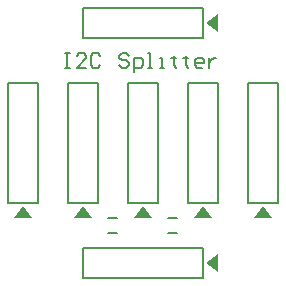
<source format=gto>
G04 Layer_Color=65535*
%FSLAX44Y44*%
%MOMM*%
G71*
G01*
G75*
%ADD16C,0.2000*%
%ADD17C,0.1270*%
%ADD18C,0.1500*%
G36*
X83820Y63500D02*
X68580D01*
X75800Y73660D01*
X83820Y63500D01*
D02*
G37*
G36*
X33020D02*
X17780D01*
X25000Y73660D01*
X33020Y63500D01*
D02*
G37*
G36*
X190500Y17780D02*
X180340Y25000D01*
X190500Y33020D01*
Y17780D01*
D02*
G37*
G36*
X134620Y63500D02*
X119380D01*
X126600Y73660D01*
X134620Y63500D01*
D02*
G37*
G36*
X190500Y220980D02*
X180340Y228200D01*
X190500Y236220D01*
Y220980D01*
D02*
G37*
G36*
X236220Y63500D02*
X220980D01*
X228200Y73660D01*
X236220Y63500D01*
D02*
G37*
G36*
X185420D02*
X170180D01*
X177400Y73660D01*
X185420Y63500D01*
D02*
G37*
D16*
X215900Y177800D02*
X241300D01*
Y76200D02*
Y177800D01*
X215900Y76200D02*
Y177800D01*
Y76200D02*
X241300D01*
X165100Y177800D02*
X190500D01*
Y76200D02*
Y177800D01*
X165100Y76200D02*
Y177800D01*
Y76200D02*
X190500D01*
X114300Y177800D02*
X139700D01*
Y76200D02*
Y177800D01*
X114300Y76200D02*
Y177800D01*
Y76200D02*
X139700D01*
X76200Y12700D02*
Y38100D01*
X177800D01*
X76200Y12700D02*
X177800D01*
Y38100D01*
X63500Y177800D02*
X88900D01*
Y76200D02*
Y177800D01*
X63500Y76200D02*
Y177800D01*
Y76200D02*
X88900D01*
X76200Y215900D02*
Y241300D01*
X177800D01*
X76200Y215900D02*
X177800D01*
Y241300D01*
X12700Y177800D02*
X38100D01*
Y76200D02*
Y177800D01*
X12700Y76200D02*
Y177800D01*
Y76200D02*
X38100D01*
D17*
X148590Y63500D02*
X156210D01*
X148590Y50800D02*
X156210D01*
X97790Y63500D02*
X105410D01*
X97790Y50800D02*
X105410D01*
D18*
X61021Y202915D02*
X65019D01*
X63020D01*
Y190919D01*
X61021D01*
X65019D01*
X79015D02*
X71017D01*
X79015Y198916D01*
Y200915D01*
X77016Y202915D01*
X73017D01*
X71017Y200915D01*
X91011D02*
X89012Y202915D01*
X85013D01*
X83014Y200915D01*
Y192918D01*
X85013Y190919D01*
X89012D01*
X91011Y192918D01*
X115003Y200915D02*
X113004Y202915D01*
X109005D01*
X107006Y200915D01*
Y198916D01*
X109005Y196917D01*
X113004D01*
X115003Y194917D01*
Y192918D01*
X113004Y190919D01*
X109005D01*
X107006Y192918D01*
X119002Y186920D02*
Y198916D01*
X125000D01*
X126999Y196917D01*
Y192918D01*
X125000Y190919D01*
X119002D01*
X130998D02*
X134997D01*
X132997D01*
Y202915D01*
X130998D01*
X140995Y190919D02*
X144993D01*
X142994D01*
Y198916D01*
X140995D01*
X152991Y200915D02*
Y198916D01*
X150992D01*
X154990D01*
X152991D01*
Y192918D01*
X154990Y190919D01*
X162988Y200915D02*
Y198916D01*
X160988D01*
X164987D01*
X162988D01*
Y192918D01*
X164987Y190919D01*
X176983D02*
X172985D01*
X170985Y192918D01*
Y196917D01*
X172985Y198916D01*
X176983D01*
X178983Y196917D01*
Y194917D01*
X170985D01*
X182981Y198916D02*
Y190919D01*
Y194917D01*
X184981Y196917D01*
X186980Y198916D01*
X188979D01*
M02*

</source>
